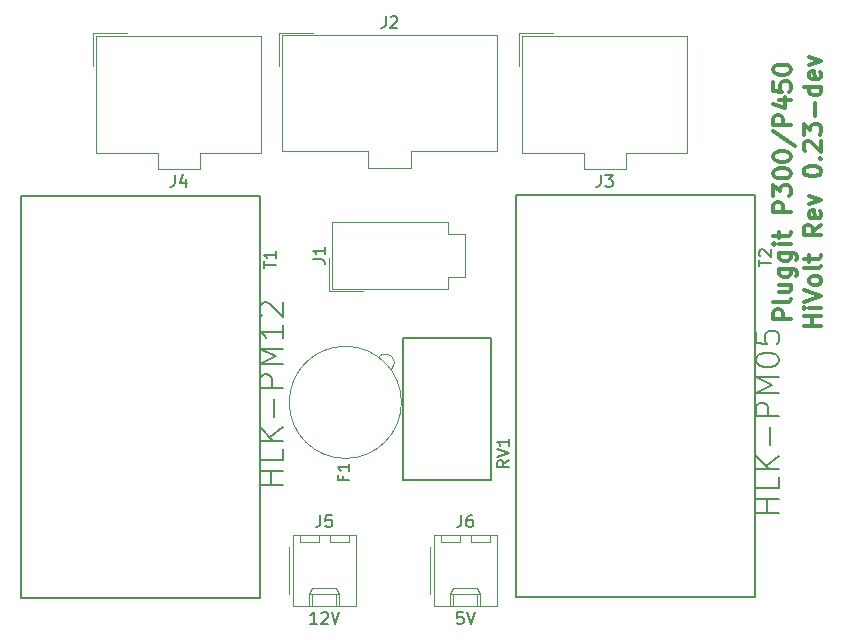
<source format=gto>
G04 #@! TF.GenerationSoftware,KiCad,Pcbnew,(5.0.2)-1*
G04 #@! TF.CreationDate,2019-01-05T13:37:38+01:00*
G04 #@! TF.ProjectId,P300_HiVolt,50333030-5f48-4695-966f-6c742e6b6963,rev?*
G04 #@! TF.SameCoordinates,Original*
G04 #@! TF.FileFunction,Legend,Top*
G04 #@! TF.FilePolarity,Positive*
%FSLAX46Y46*%
G04 Gerber Fmt 4.6, Leading zero omitted, Abs format (unit mm)*
G04 Created by KiCad (PCBNEW (5.0.2)-1) date 05.01.2019 13:37:38*
%MOMM*%
%LPD*%
G01*
G04 APERTURE LIST*
%ADD10C,0.300000*%
%ADD11C,0.120000*%
%ADD12C,0.150000*%
G04 APERTURE END LIST*
D10*
X154343571Y-89236000D02*
X152843571Y-89236000D01*
X152843571Y-88664571D01*
X152915000Y-88521714D01*
X152986428Y-88450285D01*
X153129285Y-88378857D01*
X153343571Y-88378857D01*
X153486428Y-88450285D01*
X153557857Y-88521714D01*
X153629285Y-88664571D01*
X153629285Y-89236000D01*
X154343571Y-87521714D02*
X154272142Y-87664571D01*
X154129285Y-87736000D01*
X152843571Y-87736000D01*
X153343571Y-86307428D02*
X154343571Y-86307428D01*
X153343571Y-86950285D02*
X154129285Y-86950285D01*
X154272142Y-86878857D01*
X154343571Y-86736000D01*
X154343571Y-86521714D01*
X154272142Y-86378857D01*
X154200714Y-86307428D01*
X153343571Y-84950285D02*
X154557857Y-84950285D01*
X154700714Y-85021714D01*
X154772142Y-85093142D01*
X154843571Y-85236000D01*
X154843571Y-85450285D01*
X154772142Y-85593142D01*
X154272142Y-84950285D02*
X154343571Y-85093142D01*
X154343571Y-85378857D01*
X154272142Y-85521714D01*
X154200714Y-85593142D01*
X154057857Y-85664571D01*
X153629285Y-85664571D01*
X153486428Y-85593142D01*
X153415000Y-85521714D01*
X153343571Y-85378857D01*
X153343571Y-85093142D01*
X153415000Y-84950285D01*
X153343571Y-83593142D02*
X154557857Y-83593142D01*
X154700714Y-83664571D01*
X154772142Y-83736000D01*
X154843571Y-83878857D01*
X154843571Y-84093142D01*
X154772142Y-84236000D01*
X154272142Y-83593142D02*
X154343571Y-83736000D01*
X154343571Y-84021714D01*
X154272142Y-84164571D01*
X154200714Y-84236000D01*
X154057857Y-84307428D01*
X153629285Y-84307428D01*
X153486428Y-84236000D01*
X153415000Y-84164571D01*
X153343571Y-84021714D01*
X153343571Y-83736000D01*
X153415000Y-83593142D01*
X154343571Y-82878857D02*
X153343571Y-82878857D01*
X152843571Y-82878857D02*
X152915000Y-82950285D01*
X152986428Y-82878857D01*
X152915000Y-82807428D01*
X152843571Y-82878857D01*
X152986428Y-82878857D01*
X153343571Y-82378857D02*
X153343571Y-81807428D01*
X152843571Y-82164571D02*
X154129285Y-82164571D01*
X154272142Y-82093142D01*
X154343571Y-81950285D01*
X154343571Y-81807428D01*
X154343571Y-80164571D02*
X152843571Y-80164571D01*
X152843571Y-79593142D01*
X152915000Y-79450285D01*
X152986428Y-79378857D01*
X153129285Y-79307428D01*
X153343571Y-79307428D01*
X153486428Y-79378857D01*
X153557857Y-79450285D01*
X153629285Y-79593142D01*
X153629285Y-80164571D01*
X152843571Y-78807428D02*
X152843571Y-77878857D01*
X153415000Y-78378857D01*
X153415000Y-78164571D01*
X153486428Y-78021714D01*
X153557857Y-77950285D01*
X153700714Y-77878857D01*
X154057857Y-77878857D01*
X154200714Y-77950285D01*
X154272142Y-78021714D01*
X154343571Y-78164571D01*
X154343571Y-78593142D01*
X154272142Y-78736000D01*
X154200714Y-78807428D01*
X152843571Y-76950285D02*
X152843571Y-76807428D01*
X152915000Y-76664571D01*
X152986428Y-76593142D01*
X153129285Y-76521714D01*
X153415000Y-76450285D01*
X153772142Y-76450285D01*
X154057857Y-76521714D01*
X154200714Y-76593142D01*
X154272142Y-76664571D01*
X154343571Y-76807428D01*
X154343571Y-76950285D01*
X154272142Y-77093142D01*
X154200714Y-77164571D01*
X154057857Y-77236000D01*
X153772142Y-77307428D01*
X153415000Y-77307428D01*
X153129285Y-77236000D01*
X152986428Y-77164571D01*
X152915000Y-77093142D01*
X152843571Y-76950285D01*
X152843571Y-75521714D02*
X152843571Y-75378857D01*
X152915000Y-75236000D01*
X152986428Y-75164571D01*
X153129285Y-75093142D01*
X153415000Y-75021714D01*
X153772142Y-75021714D01*
X154057857Y-75093142D01*
X154200714Y-75164571D01*
X154272142Y-75236000D01*
X154343571Y-75378857D01*
X154343571Y-75521714D01*
X154272142Y-75664571D01*
X154200714Y-75736000D01*
X154057857Y-75807428D01*
X153772142Y-75878857D01*
X153415000Y-75878857D01*
X153129285Y-75807428D01*
X152986428Y-75736000D01*
X152915000Y-75664571D01*
X152843571Y-75521714D01*
X152772142Y-73307428D02*
X154700714Y-74593142D01*
X154343571Y-72807428D02*
X152843571Y-72807428D01*
X152843571Y-72236000D01*
X152915000Y-72093142D01*
X152986428Y-72021714D01*
X153129285Y-71950285D01*
X153343571Y-71950285D01*
X153486428Y-72021714D01*
X153557857Y-72093142D01*
X153629285Y-72236000D01*
X153629285Y-72807428D01*
X153343571Y-70664571D02*
X154343571Y-70664571D01*
X152772142Y-71021714D02*
X153843571Y-71378857D01*
X153843571Y-70450285D01*
X152843571Y-69164571D02*
X152843571Y-69878857D01*
X153557857Y-69950285D01*
X153486428Y-69878857D01*
X153415000Y-69736000D01*
X153415000Y-69378857D01*
X153486428Y-69236000D01*
X153557857Y-69164571D01*
X153700714Y-69093142D01*
X154057857Y-69093142D01*
X154200714Y-69164571D01*
X154272142Y-69236000D01*
X154343571Y-69378857D01*
X154343571Y-69736000D01*
X154272142Y-69878857D01*
X154200714Y-69950285D01*
X152843571Y-68164571D02*
X152843571Y-68021714D01*
X152915000Y-67878857D01*
X152986428Y-67807428D01*
X153129285Y-67736000D01*
X153415000Y-67664571D01*
X153772142Y-67664571D01*
X154057857Y-67736000D01*
X154200714Y-67807428D01*
X154272142Y-67878857D01*
X154343571Y-68021714D01*
X154343571Y-68164571D01*
X154272142Y-68307428D01*
X154200714Y-68378857D01*
X154057857Y-68450285D01*
X153772142Y-68521714D01*
X153415000Y-68521714D01*
X153129285Y-68450285D01*
X152986428Y-68378857D01*
X152915000Y-68307428D01*
X152843571Y-68164571D01*
X156893571Y-89843142D02*
X155393571Y-89843142D01*
X156107857Y-89843142D02*
X156107857Y-88986000D01*
X156893571Y-88986000D02*
X155393571Y-88986000D01*
X156893571Y-88271714D02*
X155893571Y-88271714D01*
X155393571Y-88271714D02*
X155465000Y-88343142D01*
X155536428Y-88271714D01*
X155465000Y-88200285D01*
X155393571Y-88271714D01*
X155536428Y-88271714D01*
X155393571Y-87771714D02*
X156893571Y-87271714D01*
X155393571Y-86771714D01*
X156893571Y-86057428D02*
X156822142Y-86200285D01*
X156750714Y-86271714D01*
X156607857Y-86343142D01*
X156179285Y-86343142D01*
X156036428Y-86271714D01*
X155965000Y-86200285D01*
X155893571Y-86057428D01*
X155893571Y-85843142D01*
X155965000Y-85700285D01*
X156036428Y-85628857D01*
X156179285Y-85557428D01*
X156607857Y-85557428D01*
X156750714Y-85628857D01*
X156822142Y-85700285D01*
X156893571Y-85843142D01*
X156893571Y-86057428D01*
X156893571Y-84700285D02*
X156822142Y-84843142D01*
X156679285Y-84914571D01*
X155393571Y-84914571D01*
X155893571Y-84343142D02*
X155893571Y-83771714D01*
X155393571Y-84128857D02*
X156679285Y-84128857D01*
X156822142Y-84057428D01*
X156893571Y-83914571D01*
X156893571Y-83771714D01*
X156893571Y-81271714D02*
X156179285Y-81771714D01*
X156893571Y-82128857D02*
X155393571Y-82128857D01*
X155393571Y-81557428D01*
X155465000Y-81414571D01*
X155536428Y-81343142D01*
X155679285Y-81271714D01*
X155893571Y-81271714D01*
X156036428Y-81343142D01*
X156107857Y-81414571D01*
X156179285Y-81557428D01*
X156179285Y-82128857D01*
X156822142Y-80057428D02*
X156893571Y-80200285D01*
X156893571Y-80486000D01*
X156822142Y-80628857D01*
X156679285Y-80700285D01*
X156107857Y-80700285D01*
X155965000Y-80628857D01*
X155893571Y-80486000D01*
X155893571Y-80200285D01*
X155965000Y-80057428D01*
X156107857Y-79986000D01*
X156250714Y-79986000D01*
X156393571Y-80700285D01*
X155893571Y-79486000D02*
X156893571Y-79128857D01*
X155893571Y-78771714D01*
X155393571Y-76771714D02*
X155393571Y-76628857D01*
X155465000Y-76486000D01*
X155536428Y-76414571D01*
X155679285Y-76343142D01*
X155965000Y-76271714D01*
X156322142Y-76271714D01*
X156607857Y-76343142D01*
X156750714Y-76414571D01*
X156822142Y-76486000D01*
X156893571Y-76628857D01*
X156893571Y-76771714D01*
X156822142Y-76914571D01*
X156750714Y-76986000D01*
X156607857Y-77057428D01*
X156322142Y-77128857D01*
X155965000Y-77128857D01*
X155679285Y-77057428D01*
X155536428Y-76986000D01*
X155465000Y-76914571D01*
X155393571Y-76771714D01*
X156750714Y-75628857D02*
X156822142Y-75557428D01*
X156893571Y-75628857D01*
X156822142Y-75700285D01*
X156750714Y-75628857D01*
X156893571Y-75628857D01*
X155536428Y-74986000D02*
X155465000Y-74914571D01*
X155393571Y-74771714D01*
X155393571Y-74414571D01*
X155465000Y-74271714D01*
X155536428Y-74200285D01*
X155679285Y-74128857D01*
X155822142Y-74128857D01*
X156036428Y-74200285D01*
X156893571Y-75057428D01*
X156893571Y-74128857D01*
X155393571Y-73628857D02*
X155393571Y-72700285D01*
X155965000Y-73200285D01*
X155965000Y-72986000D01*
X156036428Y-72843142D01*
X156107857Y-72771714D01*
X156250714Y-72700285D01*
X156607857Y-72700285D01*
X156750714Y-72771714D01*
X156822142Y-72843142D01*
X156893571Y-72986000D01*
X156893571Y-73414571D01*
X156822142Y-73557428D01*
X156750714Y-73628857D01*
X156322142Y-72057428D02*
X156322142Y-70914571D01*
X156893571Y-69557428D02*
X155393571Y-69557428D01*
X156822142Y-69557428D02*
X156893571Y-69700285D01*
X156893571Y-69986000D01*
X156822142Y-70128857D01*
X156750714Y-70200285D01*
X156607857Y-70271714D01*
X156179285Y-70271714D01*
X156036428Y-70200285D01*
X155965000Y-70128857D01*
X155893571Y-69986000D01*
X155893571Y-69700285D01*
X155965000Y-69557428D01*
X156822142Y-68271714D02*
X156893571Y-68414571D01*
X156893571Y-68700285D01*
X156822142Y-68843142D01*
X156679285Y-68914571D01*
X156107857Y-68914571D01*
X155965000Y-68843142D01*
X155893571Y-68700285D01*
X155893571Y-68414571D01*
X155965000Y-68271714D01*
X156107857Y-68200285D01*
X156250714Y-68200285D01*
X156393571Y-68914571D01*
X155893571Y-67700285D02*
X156893571Y-67343142D01*
X155893571Y-66986000D01*
D11*
G04 #@! TO.C,J3*
X138566000Y-65214000D02*
X131566000Y-65214000D01*
X131566000Y-65214000D02*
X131566000Y-75114000D01*
X131566000Y-75114000D02*
X136766000Y-75114000D01*
X136766000Y-75114000D02*
X136766000Y-76514000D01*
X136766000Y-76514000D02*
X138566000Y-76514000D01*
X138566000Y-65214000D02*
X145566000Y-65214000D01*
X145566000Y-65214000D02*
X145566000Y-75114000D01*
X145566000Y-75114000D02*
X140366000Y-75114000D01*
X140366000Y-75114000D02*
X140366000Y-76514000D01*
X140366000Y-76514000D02*
X138566000Y-76514000D01*
X134166000Y-64964000D02*
X131316000Y-64964000D01*
X131316000Y-64964000D02*
X131316000Y-67814000D01*
G04 #@! TO.C,J4*
X102498000Y-65214000D02*
X95498000Y-65214000D01*
X95498000Y-65214000D02*
X95498000Y-75114000D01*
X95498000Y-75114000D02*
X100698000Y-75114000D01*
X100698000Y-75114000D02*
X100698000Y-76514000D01*
X100698000Y-76514000D02*
X102498000Y-76514000D01*
X102498000Y-65214000D02*
X109498000Y-65214000D01*
X109498000Y-65214000D02*
X109498000Y-75114000D01*
X109498000Y-75114000D02*
X104298000Y-75114000D01*
X104298000Y-75114000D02*
X104298000Y-76514000D01*
X104298000Y-76514000D02*
X102498000Y-76514000D01*
X98098000Y-64964000D02*
X95248000Y-64964000D01*
X95248000Y-64964000D02*
X95248000Y-67814000D01*
D12*
G04 #@! TO.C,T1*
X89134000Y-78790000D02*
X89134000Y-112790000D01*
X89134000Y-112790000D02*
X109334000Y-112790000D01*
X109334000Y-112790000D02*
X109334000Y-78790000D01*
X109334000Y-78790000D02*
X89134000Y-78790000D01*
G04 #@! TO.C,T2*
X131064000Y-78740000D02*
X131064000Y-112740000D01*
X131064000Y-112740000D02*
X151264000Y-112740000D01*
X151264000Y-112740000D02*
X151264000Y-78740000D01*
X151264000Y-78740000D02*
X131064000Y-78740000D01*
D11*
G04 #@! TO.C,J1*
X115496000Y-83820000D02*
X115496000Y-86630000D01*
X115496000Y-86630000D02*
X125316000Y-86630000D01*
X125316000Y-86630000D02*
X125316000Y-85630000D01*
X125316000Y-85630000D02*
X126716000Y-85630000D01*
X126716000Y-85630000D02*
X126716000Y-83820000D01*
X115496000Y-83820000D02*
X115496000Y-81010000D01*
X115496000Y-81010000D02*
X125316000Y-81010000D01*
X125316000Y-81010000D02*
X125316000Y-82010000D01*
X125316000Y-82010000D02*
X126716000Y-82010000D01*
X126716000Y-82010000D02*
X126716000Y-83820000D01*
X115256000Y-84020000D02*
X115256000Y-86870000D01*
X115256000Y-86870000D02*
X118106000Y-86870000D01*
G04 #@! TO.C,J2*
X120346000Y-65204000D02*
X111236000Y-65204000D01*
X111236000Y-65204000D02*
X111236000Y-75024000D01*
X111236000Y-75024000D02*
X118536000Y-75024000D01*
X118536000Y-75024000D02*
X118536000Y-76424000D01*
X118536000Y-76424000D02*
X120346000Y-76424000D01*
X120346000Y-65204000D02*
X129456000Y-65204000D01*
X129456000Y-65204000D02*
X129456000Y-75024000D01*
X129456000Y-75024000D02*
X122156000Y-75024000D01*
X122156000Y-75024000D02*
X122156000Y-76424000D01*
X122156000Y-76424000D02*
X120346000Y-76424000D01*
X113846000Y-64964000D02*
X110996000Y-64964000D01*
X110996000Y-64964000D02*
X110996000Y-67814000D01*
G04 #@! TO.C,J6*
X124096000Y-107460000D02*
X124096000Y-113480000D01*
X124096000Y-113480000D02*
X129396000Y-113480000D01*
X129396000Y-113480000D02*
X129396000Y-107460000D01*
X129396000Y-107460000D02*
X124096000Y-107460000D01*
X123806000Y-108490000D02*
X123806000Y-112490000D01*
X125476000Y-113480000D02*
X125476000Y-112480000D01*
X125476000Y-112480000D02*
X128016000Y-112480000D01*
X128016000Y-112480000D02*
X128016000Y-113480000D01*
X125476000Y-112480000D02*
X125726000Y-111950000D01*
X125726000Y-111950000D02*
X127766000Y-111950000D01*
X127766000Y-111950000D02*
X128016000Y-112480000D01*
X125726000Y-113480000D02*
X125726000Y-112480000D01*
X127766000Y-113480000D02*
X127766000Y-112480000D01*
X124676000Y-107460000D02*
X124676000Y-108060000D01*
X124676000Y-108060000D02*
X126276000Y-108060000D01*
X126276000Y-108060000D02*
X126276000Y-107460000D01*
X127216000Y-107460000D02*
X127216000Y-108060000D01*
X127216000Y-108060000D02*
X128816000Y-108060000D01*
X128816000Y-108060000D02*
X128816000Y-107460000D01*
G04 #@! TO.C,J5*
X112158000Y-107460000D02*
X112158000Y-113480000D01*
X112158000Y-113480000D02*
X117458000Y-113480000D01*
X117458000Y-113480000D02*
X117458000Y-107460000D01*
X117458000Y-107460000D02*
X112158000Y-107460000D01*
X111868000Y-108490000D02*
X111868000Y-112490000D01*
X113538000Y-113480000D02*
X113538000Y-112480000D01*
X113538000Y-112480000D02*
X116078000Y-112480000D01*
X116078000Y-112480000D02*
X116078000Y-113480000D01*
X113538000Y-112480000D02*
X113788000Y-111950000D01*
X113788000Y-111950000D02*
X115828000Y-111950000D01*
X115828000Y-111950000D02*
X116078000Y-112480000D01*
X113788000Y-113480000D02*
X113788000Y-112480000D01*
X115828000Y-113480000D02*
X115828000Y-112480000D01*
X112738000Y-107460000D02*
X112738000Y-108060000D01*
X112738000Y-108060000D02*
X114338000Y-108060000D01*
X114338000Y-108060000D02*
X114338000Y-107460000D01*
X115278000Y-107460000D02*
X115278000Y-108060000D01*
X115278000Y-108060000D02*
X116878000Y-108060000D01*
X116878000Y-108060000D02*
X116878000Y-107460000D01*
D12*
G04 #@! TO.C,RV1*
X128940000Y-102834000D02*
X128940000Y-90834000D01*
X121440000Y-102834000D02*
X121440000Y-90834000D01*
X121440000Y-90834000D02*
X128940000Y-90834000D01*
X121440000Y-102834000D02*
X128940000Y-102834000D01*
D11*
G04 #@! TO.C,F1*
X119376000Y-92416000D02*
X119516000Y-92296000D01*
X119516000Y-92296000D02*
X119676000Y-92206000D01*
X119676000Y-92206000D02*
X119926000Y-92156000D01*
X119926000Y-92156000D02*
X120186000Y-92186000D01*
X120186000Y-92186000D02*
X120446000Y-92336000D01*
X120446000Y-92336000D02*
X120616000Y-92556000D01*
X120616000Y-92556000D02*
X120696000Y-92846000D01*
X120696000Y-92846000D02*
X120656000Y-93136000D01*
X120656000Y-93136000D02*
X120576000Y-93316000D01*
X120576000Y-93316000D02*
X120426000Y-93446000D01*
X121346000Y-96266000D02*
G75*
G03X121346000Y-96266000I-4750000J0D01*
G01*
G04 #@! TO.C,J3*
D12*
X138232666Y-77016380D02*
X138232666Y-77730666D01*
X138185047Y-77873523D01*
X138089809Y-77968761D01*
X137946952Y-78016380D01*
X137851714Y-78016380D01*
X138613619Y-77016380D02*
X139232666Y-77016380D01*
X138899333Y-77397333D01*
X139042190Y-77397333D01*
X139137428Y-77444952D01*
X139185047Y-77492571D01*
X139232666Y-77587809D01*
X139232666Y-77825904D01*
X139185047Y-77921142D01*
X139137428Y-77968761D01*
X139042190Y-78016380D01*
X138756476Y-78016380D01*
X138661238Y-77968761D01*
X138613619Y-77921142D01*
G04 #@! TO.C,J4*
X102164666Y-77016380D02*
X102164666Y-77730666D01*
X102117047Y-77873523D01*
X102021809Y-77968761D01*
X101878952Y-78016380D01*
X101783714Y-78016380D01*
X103069428Y-77349714D02*
X103069428Y-78016380D01*
X102831333Y-76968761D02*
X102593238Y-77683047D01*
X103212285Y-77683047D01*
G04 #@! TO.C,T1*
X109686380Y-84901904D02*
X109686380Y-84330476D01*
X110686380Y-84616190D02*
X109686380Y-84616190D01*
X110686380Y-83473333D02*
X110686380Y-84044761D01*
X110686380Y-83759047D02*
X109686380Y-83759047D01*
X109829238Y-83854285D01*
X109924476Y-83949523D01*
X109972095Y-84044761D01*
X111338761Y-103236666D02*
X109338761Y-103236666D01*
X110291142Y-103236666D02*
X110291142Y-102093809D01*
X111338761Y-102093809D02*
X109338761Y-102093809D01*
X111338761Y-100189047D02*
X111338761Y-101141428D01*
X109338761Y-101141428D01*
X111338761Y-99522380D02*
X109338761Y-99522380D01*
X111338761Y-98379523D02*
X110195904Y-99236666D01*
X109338761Y-98379523D02*
X110481619Y-99522380D01*
X110576857Y-97522380D02*
X110576857Y-95998571D01*
X111338761Y-95046190D02*
X109338761Y-95046190D01*
X109338761Y-94284285D01*
X109434000Y-94093809D01*
X109529238Y-93998571D01*
X109719714Y-93903333D01*
X110005428Y-93903333D01*
X110195904Y-93998571D01*
X110291142Y-94093809D01*
X110386380Y-94284285D01*
X110386380Y-95046190D01*
X111338761Y-93046190D02*
X109338761Y-93046190D01*
X110767333Y-92379523D01*
X109338761Y-91712857D01*
X111338761Y-91712857D01*
X111338761Y-89712857D02*
X111338761Y-90855714D01*
X111338761Y-90284285D02*
X109338761Y-90284285D01*
X109624476Y-90474761D01*
X109814952Y-90665238D01*
X109910190Y-90855714D01*
X109529238Y-88950952D02*
X109434000Y-88855714D01*
X109338761Y-88665238D01*
X109338761Y-88189047D01*
X109434000Y-87998571D01*
X109529238Y-87903333D01*
X109719714Y-87808095D01*
X109910190Y-87808095D01*
X110195904Y-87903333D01*
X111338761Y-89046190D01*
X111338761Y-87808095D01*
G04 #@! TO.C,T2*
X151616380Y-84751904D02*
X151616380Y-84180476D01*
X152616380Y-84466190D02*
X151616380Y-84466190D01*
X151711619Y-83894761D02*
X151664000Y-83847142D01*
X151616380Y-83751904D01*
X151616380Y-83513809D01*
X151664000Y-83418571D01*
X151711619Y-83370952D01*
X151806857Y-83323333D01*
X151902095Y-83323333D01*
X152044952Y-83370952D01*
X152616380Y-83942380D01*
X152616380Y-83323333D01*
X153328761Y-105626666D02*
X151328761Y-105626666D01*
X152281142Y-105626666D02*
X152281142Y-104483809D01*
X153328761Y-104483809D02*
X151328761Y-104483809D01*
X153328761Y-102579047D02*
X153328761Y-103531428D01*
X151328761Y-103531428D01*
X153328761Y-101912380D02*
X151328761Y-101912380D01*
X153328761Y-100769523D02*
X152185904Y-101626666D01*
X151328761Y-100769523D02*
X152471619Y-101912380D01*
X152566857Y-99912380D02*
X152566857Y-98388571D01*
X153328761Y-97436190D02*
X151328761Y-97436190D01*
X151328761Y-96674285D01*
X151424000Y-96483809D01*
X151519238Y-96388571D01*
X151709714Y-96293333D01*
X151995428Y-96293333D01*
X152185904Y-96388571D01*
X152281142Y-96483809D01*
X152376380Y-96674285D01*
X152376380Y-97436190D01*
X153328761Y-95436190D02*
X151328761Y-95436190D01*
X152757333Y-94769523D01*
X151328761Y-94102857D01*
X153328761Y-94102857D01*
X151328761Y-92769523D02*
X151328761Y-92579047D01*
X151424000Y-92388571D01*
X151519238Y-92293333D01*
X151709714Y-92198095D01*
X152090666Y-92102857D01*
X152566857Y-92102857D01*
X152947809Y-92198095D01*
X153138285Y-92293333D01*
X153233523Y-92388571D01*
X153328761Y-92579047D01*
X153328761Y-92769523D01*
X153233523Y-92960000D01*
X153138285Y-93055238D01*
X152947809Y-93150476D01*
X152566857Y-93245714D01*
X152090666Y-93245714D01*
X151709714Y-93150476D01*
X151519238Y-93055238D01*
X151424000Y-92960000D01*
X151328761Y-92769523D01*
X151328761Y-90293333D02*
X151328761Y-91245714D01*
X152281142Y-91340952D01*
X152185904Y-91245714D01*
X152090666Y-91055238D01*
X152090666Y-90579047D01*
X152185904Y-90388571D01*
X152281142Y-90293333D01*
X152471619Y-90198095D01*
X152947809Y-90198095D01*
X153138285Y-90293333D01*
X153233523Y-90388571D01*
X153328761Y-90579047D01*
X153328761Y-91055238D01*
X153233523Y-91245714D01*
X153138285Y-91340952D01*
G04 #@! TO.C,J1*
X113858380Y-84153333D02*
X114572666Y-84153333D01*
X114715523Y-84200952D01*
X114810761Y-84296190D01*
X114858380Y-84439047D01*
X114858380Y-84534285D01*
X114858380Y-83153333D02*
X114858380Y-83724761D01*
X114858380Y-83439047D02*
X113858380Y-83439047D01*
X114001238Y-83534285D01*
X114096476Y-83629523D01*
X114144095Y-83724761D01*
G04 #@! TO.C,J2*
X120012666Y-63566380D02*
X120012666Y-64280666D01*
X119965047Y-64423523D01*
X119869809Y-64518761D01*
X119726952Y-64566380D01*
X119631714Y-64566380D01*
X120441238Y-63661619D02*
X120488857Y-63614000D01*
X120584095Y-63566380D01*
X120822190Y-63566380D01*
X120917428Y-63614000D01*
X120965047Y-63661619D01*
X121012666Y-63756857D01*
X121012666Y-63852095D01*
X120965047Y-63994952D01*
X120393619Y-64566380D01*
X121012666Y-64566380D01*
G04 #@! TO.C,J6*
X126412666Y-105822380D02*
X126412666Y-106536666D01*
X126365047Y-106679523D01*
X126269809Y-106774761D01*
X126126952Y-106822380D01*
X126031714Y-106822380D01*
X127317428Y-105822380D02*
X127126952Y-105822380D01*
X127031714Y-105870000D01*
X126984095Y-105917619D01*
X126888857Y-106060476D01*
X126841238Y-106250952D01*
X126841238Y-106631904D01*
X126888857Y-106727142D01*
X126936476Y-106774761D01*
X127031714Y-106822380D01*
X127222190Y-106822380D01*
X127317428Y-106774761D01*
X127365047Y-106727142D01*
X127412666Y-106631904D01*
X127412666Y-106393809D01*
X127365047Y-106298571D01*
X127317428Y-106250952D01*
X127222190Y-106203333D01*
X127031714Y-106203333D01*
X126936476Y-106250952D01*
X126888857Y-106298571D01*
X126841238Y-106393809D01*
X126555523Y-114022380D02*
X126079333Y-114022380D01*
X126031714Y-114498571D01*
X126079333Y-114450952D01*
X126174571Y-114403333D01*
X126412666Y-114403333D01*
X126507904Y-114450952D01*
X126555523Y-114498571D01*
X126603142Y-114593809D01*
X126603142Y-114831904D01*
X126555523Y-114927142D01*
X126507904Y-114974761D01*
X126412666Y-115022380D01*
X126174571Y-115022380D01*
X126079333Y-114974761D01*
X126031714Y-114927142D01*
X126888857Y-114022380D02*
X127222190Y-115022380D01*
X127555523Y-114022380D01*
G04 #@! TO.C,J5*
X114474666Y-105822380D02*
X114474666Y-106536666D01*
X114427047Y-106679523D01*
X114331809Y-106774761D01*
X114188952Y-106822380D01*
X114093714Y-106822380D01*
X115427047Y-105822380D02*
X114950857Y-105822380D01*
X114903238Y-106298571D01*
X114950857Y-106250952D01*
X115046095Y-106203333D01*
X115284190Y-106203333D01*
X115379428Y-106250952D01*
X115427047Y-106298571D01*
X115474666Y-106393809D01*
X115474666Y-106631904D01*
X115427047Y-106727142D01*
X115379428Y-106774761D01*
X115284190Y-106822380D01*
X115046095Y-106822380D01*
X114950857Y-106774761D01*
X114903238Y-106727142D01*
X114188952Y-115022380D02*
X113617523Y-115022380D01*
X113903238Y-115022380D02*
X113903238Y-114022380D01*
X113808000Y-114165238D01*
X113712761Y-114260476D01*
X113617523Y-114308095D01*
X114569904Y-114117619D02*
X114617523Y-114070000D01*
X114712761Y-114022380D01*
X114950857Y-114022380D01*
X115046095Y-114070000D01*
X115093714Y-114117619D01*
X115141333Y-114212857D01*
X115141333Y-114308095D01*
X115093714Y-114450952D01*
X114522285Y-115022380D01*
X115141333Y-115022380D01*
X115427047Y-114022380D02*
X115760380Y-115022380D01*
X116093714Y-114022380D01*
G04 #@! TO.C,RV1*
X130442380Y-101179238D02*
X129966190Y-101512571D01*
X130442380Y-101750666D02*
X129442380Y-101750666D01*
X129442380Y-101369714D01*
X129490000Y-101274476D01*
X129537619Y-101226857D01*
X129632857Y-101179238D01*
X129775714Y-101179238D01*
X129870952Y-101226857D01*
X129918571Y-101274476D01*
X129966190Y-101369714D01*
X129966190Y-101750666D01*
X129442380Y-100893523D02*
X130442380Y-100560190D01*
X129442380Y-100226857D01*
X130442380Y-99369714D02*
X130442380Y-99941142D01*
X130442380Y-99655428D02*
X129442380Y-99655428D01*
X129585238Y-99750666D01*
X129680476Y-99845904D01*
X129728095Y-99941142D01*
G04 #@! TO.C,F1*
X116414571Y-102539333D02*
X116414571Y-102872666D01*
X116938380Y-102872666D02*
X115938380Y-102872666D01*
X115938380Y-102396476D01*
X116938380Y-101491714D02*
X116938380Y-102063142D01*
X116938380Y-101777428D02*
X115938380Y-101777428D01*
X116081238Y-101872666D01*
X116176476Y-101967904D01*
X116224095Y-102063142D01*
G04 #@! TD*
M02*

</source>
